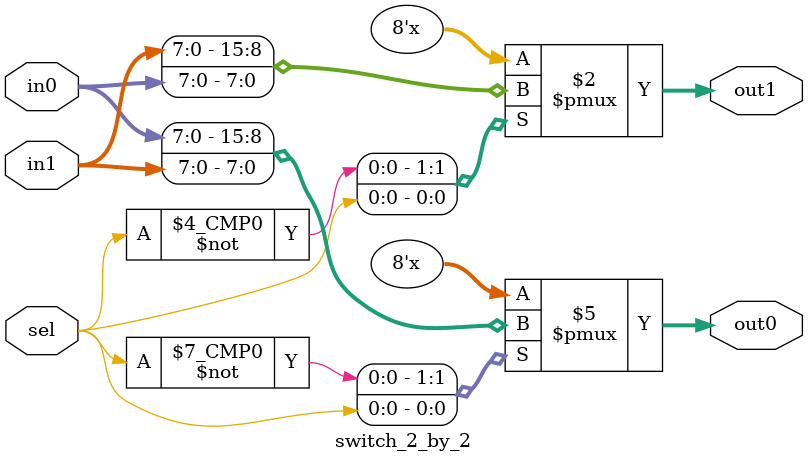
<source format=v>
`timescale 1ns / 1ps

module switch_4_by_4(
    input [7:0] in0,in1,in2,in3,
    input [3:0] sel,
    output [7:0] out0,out1,out2,out3
);
wire [7:0] sw1_out0,sw1_out1,sw2_out0,sw2_out1;
switch_2_by_2 sw1(in0,in1,sw1_out0,sw1_out1,sel[0]);
switch_2_by_2 sw2(in2,in3,sw2_out0,sw2_out1,sel[1]);
switch_2_by_2 sw3(sw1_out0,sw2_out0,out0,out1,sel[2]);
switch_2_by_2 sw4(sw1_out1,sw2_out1,out2,out3,sel[3]);
endmodule


//Generating 2x2 switch module
module switch_2_by_2(
    input [7:0] in0,
    input [7:0] in1,
    output reg [7:0] out0,
    output reg [7:0] out1,
    input sel
    );
    always @(*) begin
        case(sel) 
            0: begin
                out0 = in0;
                out1 = in1;
            end
            1: begin
                out0 = in1;
                out1 = in0;
            end
        endcase
    end
endmodule

</source>
